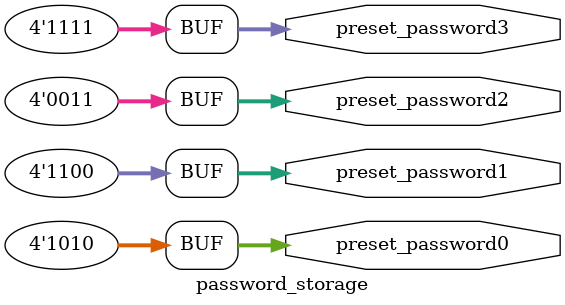
<source format=v>
module password_storage(
    output reg [3:0] preset_password0, preset_password1, preset_password2, preset_password3 // 预设的四位密码
);

    initial begin
        preset_password0 = 4'b1010; // 假设密码是1010
        preset_password1 = 4'b1100;
        preset_password2 = 4'b0011;
        preset_password3 = 4'b1111;
    end
endmodule
</source>
